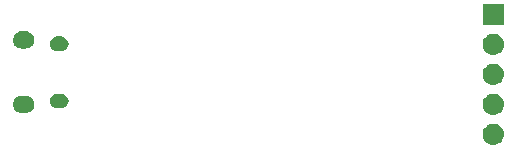
<source format=gbr>
G04 #@! TF.GenerationSoftware,KiCad,Pcbnew,5.0.2-bee76a0~70~ubuntu18.04.1*
G04 #@! TF.CreationDate,2019-08-23T13:18:12-04:00*
G04 #@! TF.ProjectId,badge,62616467-652e-46b6-9963-61645f706362,rev?*
G04 #@! TF.SameCoordinates,Original*
G04 #@! TF.FileFunction,Soldermask,Bot*
G04 #@! TF.FilePolarity,Negative*
%FSLAX46Y46*%
G04 Gerber Fmt 4.6, Leading zero omitted, Abs format (unit mm)*
G04 Created by KiCad (PCBNEW 5.0.2-bee76a0~70~ubuntu18.04.1) date Fri 23 Aug 2019 01:18:12 PM EDT*
%MOMM*%
%LPD*%
G01*
G04 APERTURE LIST*
%ADD10C,0.100000*%
G04 APERTURE END LIST*
D10*
G36*
X186470242Y-98140118D02*
X186536427Y-98146637D01*
X186649653Y-98180984D01*
X186706267Y-98198157D01*
X186844887Y-98272252D01*
X186862791Y-98281822D01*
X186898529Y-98311152D01*
X186999986Y-98394414D01*
X187083248Y-98495871D01*
X187112578Y-98531609D01*
X187112579Y-98531611D01*
X187196243Y-98688133D01*
X187196243Y-98688134D01*
X187247763Y-98857973D01*
X187265159Y-99034600D01*
X187247763Y-99211227D01*
X187213416Y-99324453D01*
X187196243Y-99381067D01*
X187122148Y-99519687D01*
X187112578Y-99537591D01*
X187083248Y-99573329D01*
X186999986Y-99674786D01*
X186898529Y-99758048D01*
X186862791Y-99787378D01*
X186862789Y-99787379D01*
X186706267Y-99871043D01*
X186649653Y-99888216D01*
X186536427Y-99922563D01*
X186470243Y-99929081D01*
X186404060Y-99935600D01*
X186315540Y-99935600D01*
X186249357Y-99929081D01*
X186183173Y-99922563D01*
X186069947Y-99888216D01*
X186013333Y-99871043D01*
X185856811Y-99787379D01*
X185856809Y-99787378D01*
X185821071Y-99758048D01*
X185719614Y-99674786D01*
X185636352Y-99573329D01*
X185607022Y-99537591D01*
X185597452Y-99519687D01*
X185523357Y-99381067D01*
X185506184Y-99324453D01*
X185471837Y-99211227D01*
X185454441Y-99034600D01*
X185471837Y-98857973D01*
X185523357Y-98688134D01*
X185523357Y-98688133D01*
X185607021Y-98531611D01*
X185607022Y-98531609D01*
X185636352Y-98495871D01*
X185719614Y-98394414D01*
X185821071Y-98311152D01*
X185856809Y-98281822D01*
X185874713Y-98272252D01*
X186013333Y-98198157D01*
X186069947Y-98180984D01*
X186183173Y-98146637D01*
X186249358Y-98140118D01*
X186315540Y-98133600D01*
X186404060Y-98133600D01*
X186470242Y-98140118D01*
X186470242Y-98140118D01*
G37*
G36*
X186470243Y-95600119D02*
X186536427Y-95606637D01*
X186649653Y-95640984D01*
X186706267Y-95658157D01*
X186844887Y-95732252D01*
X186862791Y-95741822D01*
X186898529Y-95771152D01*
X186999986Y-95854414D01*
X187083248Y-95955871D01*
X187112578Y-95991609D01*
X187112579Y-95991611D01*
X187196243Y-96148133D01*
X187196243Y-96148134D01*
X187247763Y-96317973D01*
X187265159Y-96494600D01*
X187247763Y-96671227D01*
X187213416Y-96784453D01*
X187196243Y-96841067D01*
X187154642Y-96918895D01*
X187112578Y-96997591D01*
X187083248Y-97033329D01*
X186999986Y-97134786D01*
X186898529Y-97218048D01*
X186862791Y-97247378D01*
X186862789Y-97247379D01*
X186706267Y-97331043D01*
X186649653Y-97348216D01*
X186536427Y-97382563D01*
X186470243Y-97389081D01*
X186404060Y-97395600D01*
X186315540Y-97395600D01*
X186249357Y-97389081D01*
X186183173Y-97382563D01*
X186069947Y-97348216D01*
X186013333Y-97331043D01*
X185856811Y-97247379D01*
X185856809Y-97247378D01*
X185821071Y-97218048D01*
X185719614Y-97134786D01*
X185636352Y-97033329D01*
X185607022Y-96997591D01*
X185564958Y-96918895D01*
X185523357Y-96841067D01*
X185506184Y-96784453D01*
X185471837Y-96671227D01*
X185454441Y-96494600D01*
X185471837Y-96317973D01*
X185523357Y-96148134D01*
X185523357Y-96148133D01*
X185607021Y-95991611D01*
X185607022Y-95991609D01*
X185636352Y-95955871D01*
X185719614Y-95854414D01*
X185821071Y-95771152D01*
X185856809Y-95741822D01*
X185874713Y-95732252D01*
X186013333Y-95658157D01*
X186069947Y-95640984D01*
X186183173Y-95606637D01*
X186249357Y-95600119D01*
X186315540Y-95593600D01*
X186404060Y-95593600D01*
X186470243Y-95600119D01*
X186470243Y-95600119D01*
G37*
G36*
X146817991Y-95789701D02*
X146903321Y-95798105D01*
X147040172Y-95839619D01*
X147040174Y-95839620D01*
X147040177Y-95839621D01*
X147166296Y-95907032D01*
X147276843Y-95997757D01*
X147367568Y-96108304D01*
X147434979Y-96234423D01*
X147434980Y-96234426D01*
X147434981Y-96234428D01*
X147476495Y-96371279D01*
X147490512Y-96513600D01*
X147476495Y-96655921D01*
X147434981Y-96792772D01*
X147434979Y-96792777D01*
X147367568Y-96918896D01*
X147276843Y-97029443D01*
X147166296Y-97120168D01*
X147040177Y-97187579D01*
X147040174Y-97187580D01*
X147040172Y-97187581D01*
X146903321Y-97229095D01*
X146817991Y-97237499D01*
X146796660Y-97239600D01*
X146375340Y-97239600D01*
X146354009Y-97237499D01*
X146268679Y-97229095D01*
X146131828Y-97187581D01*
X146131826Y-97187580D01*
X146131823Y-97187579D01*
X146005704Y-97120168D01*
X145895157Y-97029443D01*
X145804432Y-96918896D01*
X145737021Y-96792777D01*
X145737019Y-96792772D01*
X145695505Y-96655921D01*
X145681488Y-96513600D01*
X145695505Y-96371279D01*
X145737019Y-96234428D01*
X145737020Y-96234426D01*
X145737021Y-96234423D01*
X145804432Y-96108304D01*
X145895157Y-95997757D01*
X146005704Y-95907032D01*
X146131823Y-95839621D01*
X146131826Y-95839620D01*
X146131828Y-95839619D01*
X146268679Y-95798105D01*
X146354009Y-95789701D01*
X146375340Y-95787600D01*
X146796660Y-95787600D01*
X146817991Y-95789701D01*
X146817991Y-95789701D01*
G37*
G36*
X149903818Y-95611296D02*
X150017105Y-95645662D01*
X150121513Y-95701469D01*
X150213027Y-95776573D01*
X150288131Y-95868087D01*
X150343938Y-95972495D01*
X150378304Y-96085782D01*
X150389907Y-96203600D01*
X150378304Y-96321418D01*
X150343938Y-96434705D01*
X150288131Y-96539113D01*
X150213027Y-96630627D01*
X150121513Y-96705731D01*
X150017105Y-96761538D01*
X149903818Y-96795904D01*
X149815519Y-96804600D01*
X149356481Y-96804600D01*
X149268182Y-96795904D01*
X149154895Y-96761538D01*
X149050487Y-96705731D01*
X148958973Y-96630627D01*
X148883869Y-96539113D01*
X148828062Y-96434705D01*
X148793696Y-96321418D01*
X148782093Y-96203600D01*
X148793696Y-96085782D01*
X148828062Y-95972495D01*
X148883869Y-95868087D01*
X148958973Y-95776573D01*
X149050487Y-95701469D01*
X149154895Y-95645662D01*
X149268182Y-95611296D01*
X149356481Y-95602600D01*
X149815519Y-95602600D01*
X149903818Y-95611296D01*
X149903818Y-95611296D01*
G37*
G36*
X186470242Y-93060118D02*
X186536427Y-93066637D01*
X186649653Y-93100984D01*
X186706267Y-93118157D01*
X186844887Y-93192252D01*
X186862791Y-93201822D01*
X186898529Y-93231152D01*
X186999986Y-93314414D01*
X187083248Y-93415871D01*
X187112578Y-93451609D01*
X187112579Y-93451611D01*
X187196243Y-93608133D01*
X187196243Y-93608134D01*
X187247763Y-93777973D01*
X187265159Y-93954600D01*
X187247763Y-94131227D01*
X187213416Y-94244453D01*
X187196243Y-94301067D01*
X187122148Y-94439687D01*
X187112578Y-94457591D01*
X187083248Y-94493329D01*
X186999986Y-94594786D01*
X186898529Y-94678048D01*
X186862791Y-94707378D01*
X186862789Y-94707379D01*
X186706267Y-94791043D01*
X186649653Y-94808216D01*
X186536427Y-94842563D01*
X186470243Y-94849081D01*
X186404060Y-94855600D01*
X186315540Y-94855600D01*
X186249358Y-94849082D01*
X186183173Y-94842563D01*
X186069947Y-94808216D01*
X186013333Y-94791043D01*
X185856811Y-94707379D01*
X185856809Y-94707378D01*
X185821071Y-94678048D01*
X185719614Y-94594786D01*
X185636352Y-94493329D01*
X185607022Y-94457591D01*
X185597452Y-94439687D01*
X185523357Y-94301067D01*
X185506184Y-94244453D01*
X185471837Y-94131227D01*
X185454441Y-93954600D01*
X185471837Y-93777973D01*
X185523357Y-93608134D01*
X185523357Y-93608133D01*
X185607021Y-93451611D01*
X185607022Y-93451609D01*
X185636352Y-93415871D01*
X185719614Y-93314414D01*
X185821071Y-93231152D01*
X185856809Y-93201822D01*
X185874713Y-93192252D01*
X186013333Y-93118157D01*
X186069947Y-93100984D01*
X186183173Y-93066637D01*
X186249358Y-93060118D01*
X186315540Y-93053600D01*
X186404060Y-93053600D01*
X186470242Y-93060118D01*
X186470242Y-93060118D01*
G37*
G36*
X186470243Y-90520119D02*
X186536427Y-90526637D01*
X186649653Y-90560984D01*
X186706267Y-90578157D01*
X186837501Y-90648304D01*
X186862791Y-90661822D01*
X186898529Y-90691152D01*
X186999986Y-90774414D01*
X187071429Y-90861469D01*
X187112578Y-90911609D01*
X187112579Y-90911611D01*
X187196243Y-91068133D01*
X187196243Y-91068134D01*
X187247763Y-91237973D01*
X187265159Y-91414600D01*
X187247763Y-91591227D01*
X187226850Y-91660167D01*
X187196243Y-91761067D01*
X187140298Y-91865731D01*
X187112578Y-91917591D01*
X187083248Y-91953329D01*
X186999986Y-92054786D01*
X186898529Y-92138048D01*
X186862791Y-92167378D01*
X186862789Y-92167379D01*
X186706267Y-92251043D01*
X186649653Y-92268216D01*
X186536427Y-92302563D01*
X186470242Y-92309082D01*
X186404060Y-92315600D01*
X186315540Y-92315600D01*
X186249358Y-92309082D01*
X186183173Y-92302563D01*
X186069947Y-92268216D01*
X186013333Y-92251043D01*
X185856811Y-92167379D01*
X185856809Y-92167378D01*
X185821071Y-92138048D01*
X185719614Y-92054786D01*
X185636352Y-91953329D01*
X185607022Y-91917591D01*
X185579302Y-91865731D01*
X185523357Y-91761067D01*
X185492750Y-91660167D01*
X185471837Y-91591227D01*
X185454441Y-91414600D01*
X185471837Y-91237973D01*
X185523357Y-91068134D01*
X185523357Y-91068133D01*
X185607021Y-90911611D01*
X185607022Y-90911609D01*
X185648171Y-90861469D01*
X185719614Y-90774414D01*
X185821071Y-90691152D01*
X185856809Y-90661822D01*
X185882099Y-90648304D01*
X186013333Y-90578157D01*
X186069947Y-90560984D01*
X186183173Y-90526637D01*
X186249358Y-90520118D01*
X186315540Y-90513600D01*
X186404060Y-90513600D01*
X186470243Y-90520119D01*
X186470243Y-90520119D01*
G37*
G36*
X149903818Y-90771296D02*
X150017105Y-90805662D01*
X150121513Y-90861469D01*
X150213027Y-90936573D01*
X150288131Y-91028087D01*
X150343938Y-91132495D01*
X150378304Y-91245782D01*
X150389907Y-91363600D01*
X150378304Y-91481418D01*
X150343938Y-91594705D01*
X150288131Y-91699113D01*
X150213027Y-91790627D01*
X150121513Y-91865731D01*
X150017105Y-91921538D01*
X149903818Y-91955904D01*
X149815519Y-91964600D01*
X149356481Y-91964600D01*
X149268182Y-91955904D01*
X149154895Y-91921538D01*
X149050487Y-91865731D01*
X148958973Y-91790627D01*
X148883869Y-91699113D01*
X148828062Y-91594705D01*
X148793696Y-91481418D01*
X148782093Y-91363600D01*
X148793696Y-91245782D01*
X148828062Y-91132495D01*
X148883869Y-91028087D01*
X148958973Y-90936573D01*
X149050487Y-90861469D01*
X149154895Y-90805662D01*
X149268182Y-90771296D01*
X149356481Y-90762600D01*
X149815519Y-90762600D01*
X149903818Y-90771296D01*
X149903818Y-90771296D01*
G37*
G36*
X146817991Y-90329701D02*
X146903321Y-90338105D01*
X147040172Y-90379619D01*
X147040174Y-90379620D01*
X147040177Y-90379621D01*
X147166296Y-90447032D01*
X147276843Y-90537757D01*
X147367568Y-90648304D01*
X147434979Y-90774423D01*
X147434980Y-90774426D01*
X147434981Y-90774428D01*
X147476495Y-90911279D01*
X147490512Y-91053600D01*
X147476495Y-91195921D01*
X147434981Y-91332772D01*
X147434979Y-91332777D01*
X147367568Y-91458896D01*
X147276843Y-91569443D01*
X147166296Y-91660168D01*
X147040177Y-91727579D01*
X147040174Y-91727580D01*
X147040172Y-91727581D01*
X146903321Y-91769095D01*
X146817991Y-91777499D01*
X146796660Y-91779600D01*
X146375340Y-91779600D01*
X146354009Y-91777499D01*
X146268679Y-91769095D01*
X146131828Y-91727581D01*
X146131826Y-91727580D01*
X146131823Y-91727579D01*
X146005704Y-91660168D01*
X145895157Y-91569443D01*
X145804432Y-91458896D01*
X145737021Y-91332777D01*
X145737019Y-91332772D01*
X145695505Y-91195921D01*
X145681488Y-91053600D01*
X145695505Y-90911279D01*
X145737019Y-90774428D01*
X145737020Y-90774426D01*
X145737021Y-90774423D01*
X145804432Y-90648304D01*
X145895157Y-90537757D01*
X146005704Y-90447032D01*
X146131823Y-90379621D01*
X146131826Y-90379620D01*
X146131828Y-90379619D01*
X146268679Y-90338105D01*
X146354009Y-90329701D01*
X146375340Y-90327600D01*
X146796660Y-90327600D01*
X146817991Y-90329701D01*
X146817991Y-90329701D01*
G37*
G36*
X187260800Y-89775600D02*
X185458800Y-89775600D01*
X185458800Y-87973600D01*
X187260800Y-87973600D01*
X187260800Y-89775600D01*
X187260800Y-89775600D01*
G37*
M02*

</source>
